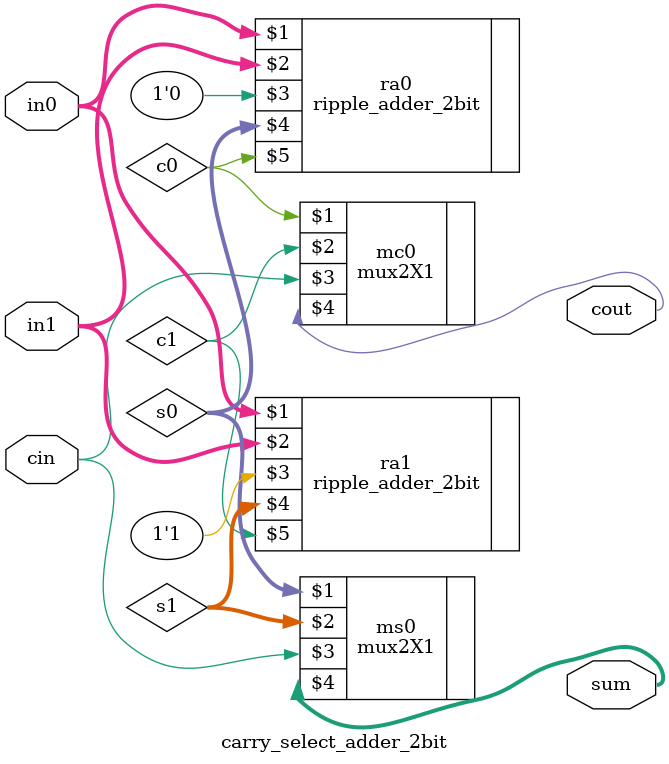
<source format=v>
module carry_select_adder_2bit(in0, in1, cin, sum, cout);

	input [1:0] in0,in1;
	input cin;
	output [1:0] sum;
	output cout;
 
	wire [1:0] s0,s1;
	wire c0,c1;
 
	ripple_adder_2bit ra0(in0, in1, 1'b0, s0, c0);
	ripple_adder_2bit ra1(in0, in1, 1'b1, s1, c1);
 
	mux2X1 #(2) ms0(s0, s1, cin, sum);
 	mux2X1 #(1) mc0(c0, c1, cin, cout);

endmodule

</source>
